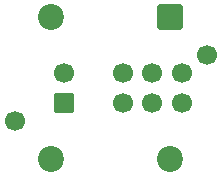
<source format=gbs>
G04 #@! TF.GenerationSoftware,KiCad,Pcbnew,6.0.5-a6ca702e91~116~ubuntu20.04.1*
G04 #@! TF.CreationDate,2022-06-19T13:49:02-04:00*
G04 #@! TF.ProjectId,herovco_switch,6865726f-7663-46f5-9f73-77697463682e,rev?*
G04 #@! TF.SameCoordinates,Original*
G04 #@! TF.FileFunction,Soldermask,Bot*
G04 #@! TF.FilePolarity,Negative*
%FSLAX46Y46*%
G04 Gerber Fmt 4.6, Leading zero omitted, Abs format (unit mm)*
G04 Created by KiCad (PCBNEW 6.0.5-a6ca702e91~116~ubuntu20.04.1) date 2022-06-19 13:49:02*
%MOMM*%
%LPD*%
G01*
G04 APERTURE LIST*
G04 Aperture macros list*
%AMRoundRect*
0 Rectangle with rounded corners*
0 $1 Rounding radius*
0 $2 $3 $4 $5 $6 $7 $8 $9 X,Y pos of 4 corners*
0 Add a 4 corners polygon primitive as box body*
4,1,4,$2,$3,$4,$5,$6,$7,$8,$9,$2,$3,0*
0 Add four circle primitives for the rounded corners*
1,1,$1+$1,$2,$3*
1,1,$1+$1,$4,$5*
1,1,$1+$1,$6,$7*
1,1,$1+$1,$8,$9*
0 Add four rect primitives between the rounded corners*
20,1,$1+$1,$2,$3,$4,$5,0*
20,1,$1+$1,$4,$5,$6,$7,0*
20,1,$1+$1,$6,$7,$8,$9,0*
20,1,$1+$1,$8,$9,$2,$3,0*%
G04 Aperture macros list end*
%ADD10C,2.200000*%
%ADD11C,1.700000*%
%ADD12RoundRect,0.050000X0.800000X0.800000X-0.800000X0.800000X-0.800000X-0.800000X0.800000X-0.800000X0*%
%ADD13RoundRect,0.300001X-0.799999X-0.799999X0.799999X-0.799999X0.799999X0.799999X-0.799999X0.799999X0*%
G04 APERTURE END LIST*
D10*
G04 #@! TO.C,J16*
X140800000Y-93000000D03*
G04 #@! TD*
G04 #@! TO.C,J14*
X150800000Y-105000000D03*
G04 #@! TD*
D11*
G04 #@! TO.C,SW2*
X137738200Y-101820400D03*
X153938200Y-96220400D03*
D12*
X141838200Y-100270400D03*
D11*
X146838200Y-100270400D03*
X149338200Y-100270400D03*
X151838200Y-100270400D03*
X141838200Y-97770400D03*
X146838200Y-97770400D03*
X149338200Y-97770400D03*
X151838200Y-97770400D03*
G04 #@! TD*
D13*
G04 #@! TO.C,J13*
X150800000Y-93000000D03*
G04 #@! TD*
D10*
G04 #@! TO.C,J15*
X140800000Y-105000000D03*
G04 #@! TD*
M02*

</source>
